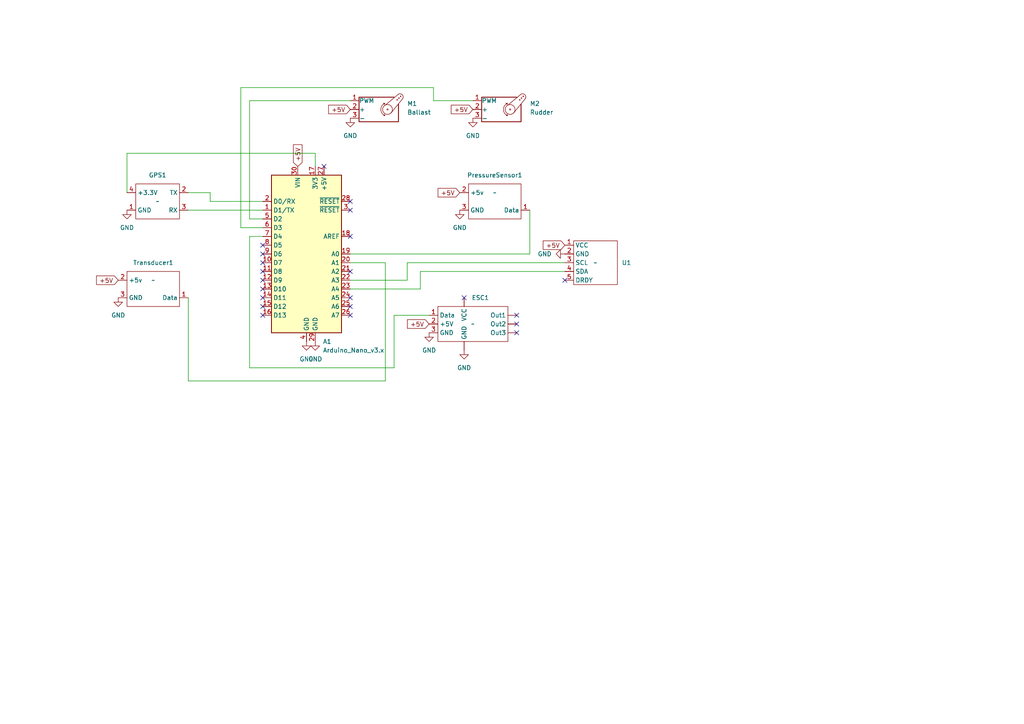
<source format=kicad_sch>
(kicad_sch (version 20230121) (generator eeschema)
  (paper "A4")
  (lib_symbols
    (symbol "MCU_Module:Arduino_Nano_v3.x"
      (property "Reference" "A" (at -10.16 23.495 0))
      (property "Value" "Arduino_Nano_v3.x" (at 5.08 -24.13 0))
      (symbol "Arduino_Nano_v3.x_0_1"
        (rectangle (start -10.16 22.86) (end 10.16 -22.86) (stroke (width 0.254)) (fill (type background)))
      )
      (symbol "Arduino_Nano_v3.x_1_1"
        (pin bidirectional line (at -12.7 12.7 0) (length 2.54) (name "D1/TX") (number "1"))
        (pin bidirectional line (at -12.7 -2.54 0) (length 2.54) (name "D7") (number "10"))
        (pin bidirectional line (at -12.7 -5.08 0) (length 2.54) (name "D8") (number "11"))
        (pin bidirectional line (at -12.7 -7.62 0) (length 2.54) (name "D9") (number "12"))
        (pin bidirectional line (at -12.7 -10.16 0) (length 2.54) (name "D10") (number "13"))
        (pin bidirectional line (at -12.7 -12.7 0) (length 2.54) (name "D11") (number "14"))
        (pin bidirectional line (at -12.7 -15.24 0) (length 2.54) (name "D12") (number "15"))
        (pin bidirectional line (at -12.7 -17.78 0) (length 2.54) (name "D13") (number "16"))
        (pin power_out line (at 2.54 25.4 270) (length 2.54) (name "3V3") (number "17"))
        (pin input line (at 12.7 5.08 180) (length 2.54) (name "AREF") (number "18"))
        (pin bidirectional line (at 12.7 0 180) (length 2.54) (name "A0") (number "19"))
        (pin bidirectional line (at -12.7 15.24 0) (length 2.54) (name "D0/RX") (number "2"))
        (pin bidirectional line (at 12.7 -2.54 180) (length 2.54) (name "A1") (number "20"))
        (pin bidirectional line (at 12.7 -5.08 180) (length 2.54) (name "A2") (number "21"))
        (pin bidirectional line (at 12.7 -7.62 180) (length 2.54) (name "A3") (number "22"))
        (pin bidirectional line (at 12.7 -10.16 180) (length 2.54) (name "A4") (number "23"))
        (pin bidirectional line (at 12.7 -12.7 180) (length 2.54) (name "A5") (number "24"))
        (pin bidirectional line (at 12.7 -15.24 180) (length 2.54) (name "A6") (number "25"))
        (pin bidirectional line (at 12.7 -17.78 180) (length 2.54) (name "A7") (number "26"))
        (pin power_out line (at 5.08 25.4 270) (length 2.54) (name "+5V") (number "27"))
        (pin input line (at 12.7 15.24 180) (length 2.54) (name "~{RESET}") (number "28"))
        (pin power_in line (at 2.54 -25.4 90) (length 2.54) (name "GND") (number "29"))
        (pin input line (at 12.7 12.7 180) (length 2.54) (name "~{RESET}") (number "3"))
        (pin power_in line (at -2.54 25.4 270) (length 2.54) (name "VIN") (number "30"))
        (pin power_in line (at 0 -25.4 90) (length 2.54) (name "GND") (number "4"))
        (pin bidirectional line (at -12.7 10.16 0) (length 2.54) (name "D2") (number "5"))
        (pin bidirectional line (at -12.7 7.62 0) (length 2.54) (name "D3") (number "6"))
        (pin bidirectional line (at -12.7 5.08 0) (length 2.54) (name "D4") (number "7"))
        (pin bidirectional line (at -12.7 2.54 0) (length 2.54) (name "D5") (number "8"))
        (pin bidirectional line (at -12.7 0 0) (length 2.54) (name "D6") (number "9"))
      )
    )
    (symbol "Motor:Motor_Servo" (pin_names (offset 0.0254))
      (property "Reference" "M" (at -5.08 4.445 0))
      (property "Value" "Motor_Servo" (at -5.08 -4.064 0))
      (symbol "Motor_Servo_0_1"
        (polyline (pts (xy 2.413 -1.778) (xy 2.032 -1.778)))
        (polyline (pts (xy 2.413 -1.778) (xy 2.286 -1.397)))
        (polyline (pts (xy 2.413 1.778) (xy 1.905 1.778)))
        (polyline (pts (xy 2.413 1.778) (xy 2.286 1.397)))
        (polyline (pts (xy 6.35 4.445) (xy 2.54 1.27)))
        (polyline (pts (xy 7.62 3.175) (xy 4.191 -1.016)))
        (polyline (pts (xy 5.08 3.556) (xy -5.08 3.556) (xy -5.08 -3.556) (xy 6.35 -3.556) (xy 6.35 1.524)) (stroke (width 0.254)))
        (arc (start 2.413 1.778) (mid 1.2406 0) (end 2.413 -1.778))
        (circle (center 3.175 0) (radius 0.1778))
        (circle (center 3.175 0) (radius 1.4224))
        (circle (center 5.969 2.794) (radius 0.127))
        (circle (center 6.477 3.302) (radius 0.127))
        (circle (center 6.985 3.81) (radius 0.127))
        (arc (start 7.62 3.175) (mid 7.4485 4.2735) (end 6.35 4.445))
      )
      (symbol "Motor_Servo_1_1"
        (pin passive line (at -7.62 2.54 0) (length 2.54) (name "PWM") (number "1"))
        (pin passive line (at -7.62 0 0) (length 2.54) (name "+") (number "2"))
        (pin passive line (at -7.62 -2.54 0) (length 2.54) (name "-") (number "3"))
      )
    )
    (symbol "custom:ESC"
      (property "Reference" "ESC" (at 2.54 0 0))
      (symbol "ESC_0_1"
        (rectangle (start -10.16 5.08) (end 10.16 -5.08))
      )
      (symbol "ESC_1_1"
        (pin input line (at -2.54 -7.62 90) (length 2.54) (name "GND") (number ""))
        (pin output line (at 12.7 2.54 180) (length 2.54) (name "Out1") (number ""))
        (pin output line (at 12.7 0 180) (length 2.54) (name "Out2") (number ""))
        (pin output line (at 12.7 -2.54 180) (length 2.54) (name "Out3") (number ""))
        (pin input line (at -2.54 7.62 270) (length 2.54) (name "VCC") (number ""))
        (pin input line (at -12.7 2.54 0) (length 2.54) (name "Data") (number "1"))
        (pin input line (at -12.7 0 0) (length 2.54) (name "+5V") (number "2"))
        (pin input line (at -12.7 -2.54 0) (length 2.54) (name "GND") (number "3"))
      )
    )
    (symbol "custom:GPS_NEO-7M"
      (property "Reference" "GPS" (at 0 0 0))
      (symbol "GPS_NEO-7M_0_1"
        (rectangle (start -6.35 5.08) (end 6.35 -5.08))
      )
      (symbol "GPS_NEO-7M_1_1"
        (pin input line (at -8.89 -2.54 0) (length 2.54) (name "GND") (number "1"))
        (pin output line (at 8.89 2.54 180) (length 2.54) (name "TX") (number "2"))
        (pin input line (at 8.89 -2.54 180) (length 2.54) (name "RX") (number "3"))
        (pin input line (at -8.89 2.54 0) (length 2.54) (name "+3.3V") (number "4"))
      )
    )
    (symbol "custom:GY-271_compass"
      (property "Reference" "U" (at 0 0 0))
      (symbol "GY-271_compass_0_1"
        (rectangle (start -6.35 6.35) (end 6.35 -6.35))
      )
      (symbol "GY-271_compass_1_1"
        (pin input line (at -8.89 5.08 0) (length 2.54) (name "VCC") (number "1"))
        (pin input line (at -8.89 2.54 0) (length 2.54) (name "GND") (number "2"))
        (pin input line (at -8.89 0 0) (length 2.54) (name "SCL") (number "3"))
        (pin output line (at -8.89 -2.54 0) (length 2.54) (name "SDA") (number "4"))
        (pin output line (at -8.89 -5.08 0) (length 2.54) (name "DRDY") (number "5"))
      )
    )
    (symbol "custom:Pressure_Sensor"
      (property "Reference" "PressureSensor" (at 0 -2.54 0))
      (symbol "Pressure_Sensor_0_1"
        (rectangle (start -7.62 2.54) (end 7.62 -7.62))
      )
      (symbol "Pressure_Sensor_1_1"
        (pin output line (at 10.16 -5.08 180) (length 2.54) (name "Data") (number "1"))
        (pin input line (at -10.16 0 0) (length 2.54) (name "+5v") (number "2"))
        (pin input line (at -10.16 -5.08 0) (length 2.54) (name "GND") (number "3"))
      )
    )
    (symbol "power:GND" (power) (pin_names (offset 0))
      (property "Value" "GND" (at 0 -3.81 0))
      (symbol "GND_0_1"
        (polyline (pts (xy 0 0) (xy 0 -1.27) (xy 1.27 -1.27) (xy 0 -2.54) (xy -1.27 -1.27) (xy 0 -1.27)))
      )
      (symbol "GND_1_1"
        (pin power_in line (at 0 0 270) (length 0) hide (name "GND") (number "1"))
      )
    )
  )
  (no_connect (at 76.2 71.12))
  (no_connect (at 93.98 48.26))
  (no_connect (at 76.2 81.28))
  (no_connect (at 76.2 91.44))
  (no_connect (at 76.2 88.9))
  (no_connect (at 76.2 83.82))
  (no_connect (at 101.6 68.58))
  (no_connect (at 101.6 88.9))
  (no_connect (at 76.2 73.66))
  (no_connect (at 101.6 78.74))
  (no_connect (at 101.6 91.44))
  (no_connect (at 76.2 76.2))
  (no_connect (at 101.6 86.36))
  (no_connect (at 76.2 78.74))
  (no_connect (at 134.62 86.36))
  (no_connect (at 149.86 93.98))
  (no_connect (at 163.83 81.28))
  (no_connect (at 101.6 60.96))
  (no_connect (at 76.2 86.36))
  (no_connect (at 149.86 96.52))
  (no_connect (at 101.6 58.42))
  (no_connect (at 149.86 91.44))
  (wire (pts (xy 111.76 110.49) (xy 111.76 76.2)))
  (wire (pts (xy 118.11 76.2) (xy 118.11 81.28)))
  (wire (pts (xy 54.61 86.36) (xy 54.61 110.49)))
  (wire (pts (xy 60.96 58.42) (xy 76.2 58.42)))
  (wire (pts (xy 163.83 78.74) (xy 121.92 78.74)))
  (wire (pts (xy 111.76 76.2) (xy 101.6 76.2)))
  (wire (pts (xy 72.39 63.5) (xy 76.2 63.5)))
  (wire (pts (xy 114.3 106.68) (xy 72.39 106.68)))
  (wire (pts (xy 91.44 44.45) (xy 36.83 44.45)))
  (wire (pts (xy 91.44 48.26) (xy 91.44 44.45)))
  (wire (pts (xy 125.73 29.21) (xy 137.16 29.21)))
  (wire (pts (xy 114.3 91.44) (xy 114.3 106.68)))
  (wire (pts (xy 54.61 110.49) (xy 111.76 110.49)))
  (wire (pts (xy 124.46 91.44) (xy 114.3 91.44)))
  (wire (pts (xy 72.39 106.68) (xy 72.39 68.58)))
  (wire (pts (xy 101.6 29.21) (xy 72.39 29.21)))
  (wire (pts (xy 36.83 44.45) (xy 36.83 55.88)))
  (wire (pts (xy 54.61 60.96) (xy 76.2 60.96)))
  (wire (pts (xy 72.39 68.58) (xy 76.2 68.58)))
  (wire (pts (xy 121.92 83.82) (xy 101.6 83.82)))
  (wire (pts (xy 153.67 73.66) (xy 101.6 73.66)))
  (wire (pts (xy 54.61 55.88) (xy 60.96 55.88)))
  (wire (pts (xy 163.83 76.2) (xy 118.11 76.2)))
  (wire (pts (xy 118.11 81.28) (xy 101.6 81.28)))
  (wire (pts (xy 69.85 66.04) (xy 69.85 25.4)))
  (wire (pts (xy 76.2 66.04) (xy 69.85 66.04)))
  (wire (pts (xy 125.73 25.4) (xy 125.73 29.21)))
  (wire (pts (xy 69.85 25.4) (xy 125.73 25.4)))
  (wire (pts (xy 72.39 29.21) (xy 72.39 63.5)))
  (wire (pts (xy 121.92 78.74) (xy 121.92 83.82)))
  (wire (pts (xy 153.67 60.96) (xy 153.67 73.66)))
  (wire (pts (xy 60.96 55.88) (xy 60.96 58.42)))
  (global_label "+5V" (shape input) (at 137.16 31.75 180) (property "Intersheetrefs" "${INTERSHEET_REFS}" (effects hide)))
  (global_label "+5V" (shape input) (at 124.46 93.98 180) (property "Intersheetrefs" "${INTERSHEET_REFS}" (effects hide)))
  (global_label "+5V" (shape input) (at 101.6 31.75 180) (property "Intersheetrefs" "${INTERSHEET_REFS}" (effects hide)))
  (global_label "+5V" (shape input) (at 133.35 55.88 180) (property "Intersheetrefs" "${INTERSHEET_REFS}" (effects hide)))
  (global_label "+5V" (shape input) (at 34.29 81.28 180) (property "Intersheetrefs" "${INTERSHEET_REFS}" (effects hide)))
  (global_label "+5V" (shape input) (at 86.36 48.26 90) (property "Intersheetrefs" "${INTERSHEET_REFS}" (effects hide)))
  (global_label "+5V" (shape input) (at 163.83 71.12 180) (property "Intersheetrefs" "${INTERSHEET_REFS}" (effects hide)))
  (symbol (lib_id "custom:ESC") (at 137.16 93.98 0) (unit 1)
    (property "Reference" "ESC1" (at 136.8141 86.36 0) (effects (justify left)))
    (property "Value" "~" (at 137.16 93.98 0))
    (property "Footprint" "custom:ESC" (effects hide))
  )
  (symbol (lib_id "Motor:Motor_Servo") (at 109.22 31.75 0) (unit 1)
    (property "Reference" "M1" (at 118.11 30.0466 0) (effects (justify left)))
    (property "Value" "Ballast" (at 118.11 32.5866 0) (effects (justify left)))
    (property "Footprint" "custom:ESC" (effects hide))
    (property "Datasheet" "http://forums.parallax.com/uploads/attachments/46831/74481.png" (effects hide))
  )
  (symbol (lib_id "power:GND") (at 34.29 86.36 0) (unit 1)
    (property "Reference" "#PWR09" (effects hide))
    (property "Value" "GND" (at 34.29 91.44 0))
  )
  (symbol (lib_id "power:GND") (at 137.16 34.29 0) (unit 1)
    (property "Reference" "#PWR07" (effects hide))
    (property "Value" "GND" (at 137.16 39.37 0))
  )
  (symbol (lib_id "power:GND") (at 134.62 101.6 0) (unit 1)
    (property "Reference" "#PWR04" (effects hide))
    (property "Value" "GND" (at 134.62 106.68 0))
  )
  (symbol (lib_id "power:GND") (at 88.9 99.06 0) (unit 1)
    (property "Reference" "#PWR01" (effects hide))
    (property "Value" "GND" (at 88.9 104.14 0))
  )
  (symbol (lib_id "power:GND") (at 91.44 99.06 0) (unit 1)
    (property "Reference" "#PWR08" (effects hide))
    (property "Value" "GND" (at 91.44 104.14 0))
  )
  (symbol (lib_id "MCU_Module:Arduino_Nano_v3.x") (at 88.9 73.66 0) (unit 1)
    (property "Reference" "A1" (at 93.6341 99.06 0) (effects (justify left)))
    (property "Value" "Arduino_Nano_v3.x" (at 93.6341 101.6 0) (effects (justify left)))
    (property "Footprint" "Module:Arduino_Nano" (effects hide))
    (property "Datasheet" "http://www.mouser.com/pdfdocs/Gravitech_Arduino_Nano3_0.pdf" (effects hide))
  )
  (symbol (lib_id "power:GND") (at 101.6 34.29 0) (unit 1)
    (property "Reference" "#PWR06" (effects hide))
    (property "Value" "GND" (at 101.6 39.37 0))
  )
  (symbol (lib_id "custom:Pressure_Sensor") (at 143.51 55.88 0) (unit 1)
    (property "Reference" "PressureSensor1" (at 143.51 50.8 0))
    (property "Value" "~" (at 143.51 55.88 0))
    (property "Footprint" "custom:ESC" (effects hide))
  )
  (symbol (lib_id "power:GND") (at 124.46 96.52 0) (unit 1)
    (property "Reference" "#PWR02" (effects hide))
    (property "Value" "GND" (at 124.46 101.6 0))
  )
  (symbol (lib_id "power:GND") (at 133.35 60.96 0) (unit 1)
    (property "Reference" "#PWR03" (effects hide))
    (property "Value" "GND" (at 133.35 66.04 0))
  )
  (symbol (lib_id "Motor:Motor_Servo") (at 144.78 31.75 0) (unit 1)
    (property "Reference" "M2" (at 153.67 30.0466 0) (effects (justify left)))
    (property "Value" "Rudder" (at 153.67 32.5866 0) (effects (justify left)))
    (property "Footprint" "custom:ESC" (effects hide))
    (property "Datasheet" "http://forums.parallax.com/uploads/attachments/46831/74481.png" (effects hide))
  )
  (symbol (lib_id "custom:GPS_NEO-7M") (at 45.72 58.42 0) (unit 1)
    (property "Reference" "GPS1" (at 45.72 50.8 0))
    (property "Value" "~" (at 45.72 58.42 0))
    (property "Footprint" "custom:GPS" (effects hide))
  )
  (symbol (lib_id "power:GND") (at 36.83 60.96 0) (unit 1)
    (property "Reference" "#PWR05" (effects hide))
    (property "Value" "GND" (at 36.83 66.04 0))
  )
  (symbol (lib_id "power:GND") (at 163.83 73.66 270) (unit 1)
    (property "Reference" "#PWR010" (effects hide))
    (property "Value" "GND" (at 160.02 73.66 90) (effects (justify right)))
  )
  (symbol (lib_id "custom:GY-271_compass") (at 172.72 76.2 0) (unit 1)
    (property "Reference" "U1" (at 180.34 76.2 0) (effects (justify left)))
    (property "Value" "~" (at 172.72 76.2 0))
    (property "Footprint" "custom:compass" (effects hide))
  )
  (symbol (lib_id "custom:Pressure_Sensor") (at 44.45 81.28 0) (unit 1)
    (property "Reference" "Transducer1" (at 44.45 76.2 0))
    (property "Value" "~" (at 44.45 81.28 0))
    (property "Footprint" "custom:ESC" (effects hide))
  )
)
</source>
